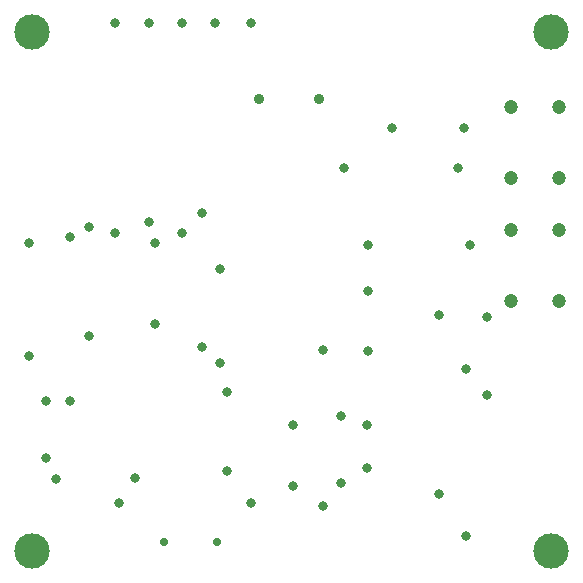
<source format=gbr>
%TF.GenerationSoftware,Altium Limited,Altium Designer,21.2.1 (34)*%
G04 Layer_Color=0*
%FSLAX25Y25*%
%MOIN*%
%TF.SameCoordinates,9F7D5B0E-9DD4-4BF0-BF89-A6B7BC673C6C*%
%TF.FilePolarity,Positive*%
%TF.FileFunction,Plated,1,2,PTH,Drill*%
%TF.Part,Single*%
G01*
G75*
%TA.AperFunction,ComponentDrill*%
%ADD67C,0.04724*%
%ADD68C,0.03543*%
%ADD69C,0.02756*%
%TA.AperFunction,OtherDrill,Free Pad (118.11mil,1850.394mil)*%
%ADD70C,0.11811*%
%TA.AperFunction,OtherDrill,Free Pad (1850.394mil,1850.394mil)*%
%ADD71C,0.11811*%
%TA.AperFunction,OtherDrill,Free Pad (1850.394mil,118.11mil)*%
%ADD72C,0.11811*%
%TA.AperFunction,OtherDrill,Free Pad (118.11mil,118.11mil)*%
%ADD73C,0.11811*%
%TA.AperFunction,ViaDrill,NotFilled*%
%ADD74C,0.03150*%
D67*
X187500Y119000D02*
D03*
X171752D02*
D03*
Y95378D02*
D03*
X187500D02*
D03*
Y160000D02*
D03*
X171752D02*
D03*
Y136378D02*
D03*
X187500D02*
D03*
D68*
X107500Y162500D02*
D03*
X87500D02*
D03*
D69*
X73716Y15000D02*
D03*
X56000D02*
D03*
D70*
X11811Y185039D02*
D03*
D71*
X185039D02*
D03*
D72*
Y11811D02*
D03*
D73*
X11811D02*
D03*
D74*
X132000Y153000D02*
D03*
X163500Y63839D02*
D03*
Y90000D02*
D03*
X156000Y153000D02*
D03*
X123500Y54000D02*
D03*
Y39500D02*
D03*
X99000Y33500D02*
D03*
Y54000D02*
D03*
X30994Y83494D02*
D03*
X31000Y119946D02*
D03*
X24500Y116500D02*
D03*
Y62000D02*
D03*
X73000Y188000D02*
D03*
X124000Y114000D02*
D03*
X158000D02*
D03*
X41000Y28000D02*
D03*
X85000D02*
D03*
X20000Y36000D02*
D03*
X46331Y36219D02*
D03*
X16500Y43000D02*
D03*
Y62000D02*
D03*
X156500Y17000D02*
D03*
Y72500D02*
D03*
X85000Y188000D02*
D03*
X109000Y79000D02*
D03*
X116000Y139500D02*
D03*
X115000Y34669D02*
D03*
Y56861D02*
D03*
X109000Y27000D02*
D03*
X124000Y78500D02*
D03*
X77000Y38500D02*
D03*
Y65000D02*
D03*
X51000Y188000D02*
D03*
Y121500D02*
D03*
X53000Y114500D02*
D03*
X68500Y124500D02*
D03*
Y80000D02*
D03*
X62000Y188000D02*
D03*
Y118000D02*
D03*
X39500Y188000D02*
D03*
Y118000D02*
D03*
X74500Y106000D02*
D03*
Y74500D02*
D03*
X52985Y87444D02*
D03*
X147500Y31000D02*
D03*
Y90500D02*
D03*
X154000Y139500D02*
D03*
X11031Y77031D02*
D03*
X11000Y114500D02*
D03*
X124000Y98500D02*
D03*
%TF.MD5,a1dbe5f8dc6eb12ec5b2c1740b143688*%
M02*

</source>
